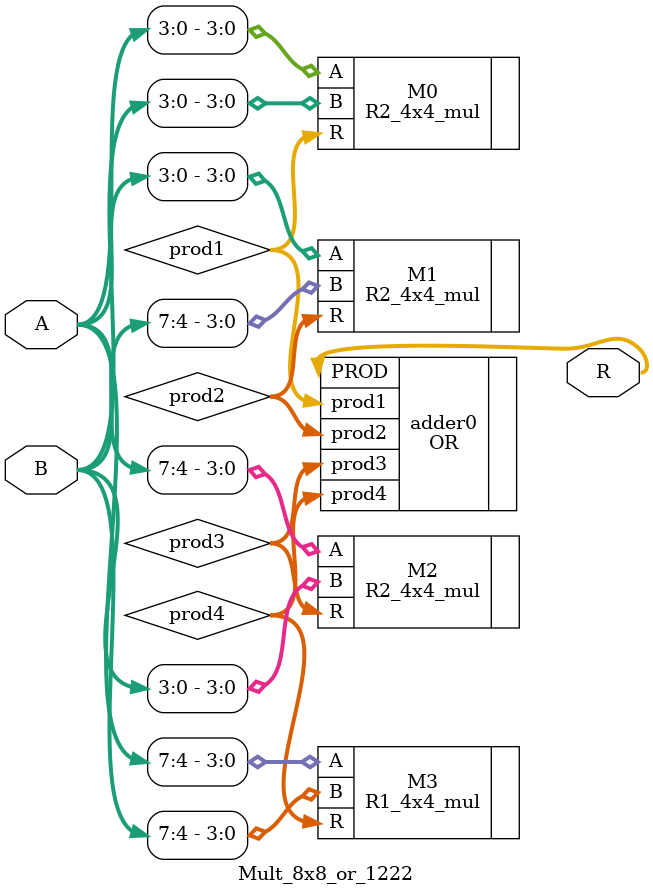
<source format=v>
module Mult_8x8_or_1222(
input [7:0] A,
input [7:0] B,
output [15:0]R
);
wire [7:0]prod1;
wire [7:0]prod2;
wire [7:0]prod3;
wire [7:0]prod4;

R2_4x4_mul M0(.A(A[3:0]),.B(B[3:0]),.R(prod1));
R2_4x4_mul M1(.A(A[3:0]),.B(B[7:4]),.R(prod2));
R2_4x4_mul M2(.A(A[7:4]),.B(B[3:0]),.R(prod3));
R1_4x4_mul M3(.A(A[7:4]),.B(B[7:4]),.R(prod4));
OR adder0(.prod1(prod1),.prod2(prod2),.prod3(prod3),.prod4(prod4),.PROD(R));
endmodule

</source>
